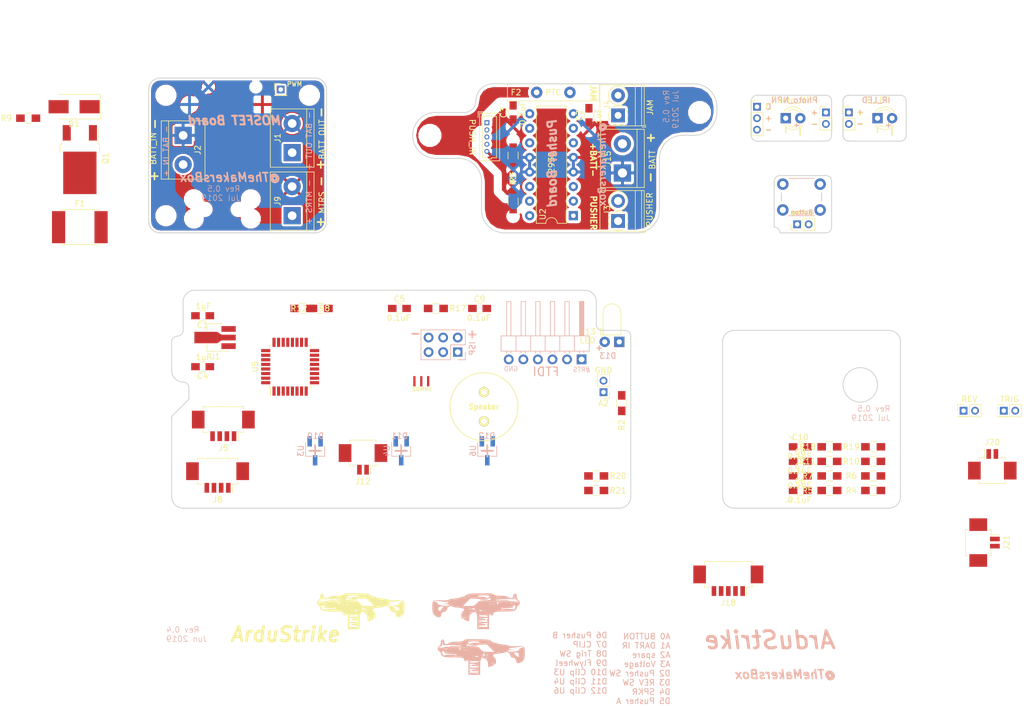
<source format=kicad_pcb>
(kicad_pcb (version 4) (host pcbnew 4.0.6)
  (title_block (date "lun. 30 mars 2015"))
  (layers (0 F.Cu signal) (31 B.Cu signal) (34 B.Paste user) (35 F.Paste user) (36 B.SilkS user) (37 F.SilkS user) (38 B.Mask user) (39 F.Mask user) (44 Edge.Cuts user))
  (net 0 "")
  (net 1 /Reset)
  (net 2 GND)
  (net 3 /A0)
  (net 4 /A1)
  (net 5 /A2)
  (net 6 /A3)
  (net 7 /AREF)
  (net 8 "/A4(SDA)")
  (net 9 "/A5(SCL)")
  (net 10 "/9(**)")
  (net 11 /8)
  (net 12 /7)
  (net 13 "/6(**)")
  (net 14 "/5(**)")
  (net 15 /4)
  (net 16 "/3(**)")
  (net 17 /2)
  (net 18 "/13(SCK)")
  (net 19 "/12(MISO)")
  (net 20 VCC)
  (net 21 "Net-(D2-Pad2)")
  (net 22 "/11(MOSI)")
  (net 23 "/10(SS)")
  (net 24 "Net-(D1-Pad1)")
  (net 25 "Net-(J3-Pad1)")
  (net 26 "Net-(J3-Pad2)")
  (net 27 "/0(Rx)")
  (net 28 "/1(Tx)")
  (net 29 /Vin)
  (net 30 /#RTS)
  (net 31 "Net-(C2-Pad1)")
  (net 32 "Net-(C3-Pad1)")
  (net 33 "Net-(J17-Pad3)")
  (net 34 "Net-(J6-Pad1)")
  (net 35 "Net-(J17-Pad4)")
  (net 36 "Net-(J19-Pad1)")
  (net 37 "Net-(J20-Pad1)")
  (net 38 "Net-(J21-Pad1)")
  (net 39 "Net-(J8-Pad2)")
  (net 40 "Net-(D3-Pad1)")
  (net 41 "Net-(D3-Pad2)")
  (net 42 "Net-(J27-Pad1)")
  (net 43 "Net-(J27-Pad2)")
  (net 44 /A)
  (net 45 /E)
  (net 46 /C)
  (net 47 "Net-(F1-Pad2)")
  (net 48 /BATT)
  (net 49 "Net-(F2-Pad2)")
  (net 50 "Net-(U5-Pad7)")
  (net 51 "Net-(U5-Pad8)")
  (net 52 "Net-(U5-Pad19)")
  (net 53 "Net-(U5-Pad22)")
  (module footprints:SPEAKER (layer F.Cu) (at 185.42 106.68)
    (fp_text reference LS1 hide)
    (fp_text value Speaker (at 0 0) (layer F.SilkS) (effects (font (size 0.889 0.889) (thickness 0.22225))))
    (pad 2 thru_hole circle (at 0 2.54) (size 1.778 1.778) (drill 1.016) (layers *.Cu *.Mask F.SilkS) (net 2 GND))
    (pad 1 thru_hole circle (at 0 -2.54) (size 1.778 1.778) (drill 1.016) (layers *.Cu *.Mask F.SilkS) (net 15 /4))
  )
  (module footprints:Pin_Header_Angled_1x06_Pitch2.54mm (layer B.Cu) (at 202.438 98.425 90)
    (fp_text reference J7 hide)
    (fp_text value FTDI)
    (pad 1 thru_hole rect (at 0 0 90) (size 1.7 1.7) (drill 1) (layers *.Cu *.Mask) (net 30 /#RTS))
    (pad 2 thru_hole oval (at 0 -2.54 90) (size 1.7 1.7) (drill 1) (layers *.Cu *.Mask) (net 28 "/1(Tx)"))
    (pad 3 thru_hole oval (at 0 -5.08 90) (size 1.7 1.7) (drill 1) (layers *.Cu *.Mask) (net 27 "/0(Rx)"))
    (pad 4 thru_hole oval (at 0 -7.62 90) (size 1.7 1.7) (drill 1) (layers *.Cu *.Mask) (net 20 VCC))
    (pad 5 thru_hole oval (at 0 -10.16 90) (size 1.7 1.7) (drill 1) (layers *.Cu *.Mask) (net 2 GND))
    (pad 6 thru_hole oval (at 0 -12.7 90) (size 1.7 1.7) (drill 1) (layers *.Cu *.Mask) (net 2 GND))
  )
  (module footprints:RS_left (layer B.Cu) (at 183.998 141.365 180)
    (fp_text reference G*** hide)
    (fp_text value LOGO hide)
  )
  (module footprints:LED_D3.0mm_Horizontal_O1.27mm_Z10.0mm (layer F.Cu) (at 208.998 95.365 180)
    (fp_text reference D2 hide)
    (fp_text value D13 (at 5.544 1.766 180) (layer F.SilkS))
    (pad 1 thru_hole rect (at 0 0 180) (size 1.8 1.8) (drill 0.9) (layers *.Cu *.Mask) (net 2 GND))
    (pad 2 thru_hole circle (at 2.54 0 180) (size 1.8 1.8) (drill 0.9) (layers *.Cu *.Mask) (net 21 "Net-(D2-Pad2)"))
  )
  (module Wire_Pads:SolderWirePad_single_2-5mmDrill (layer F.Cu) (at 195.998 114.365)
    (fp_text reference J13 hide)
    (fp_text value FLYWHEELS)
    (pad "" np_thru_hole circle (at 0 0) (size 3 3) (drill 3) (layers *.Cu *.Mask))
  )
  (module Wire_Pads:SolderWirePad_single_2-5mmDrill (layer F.Cu) (at 145.998 114.619)
    (fp_text reference J14 hide)
    (fp_text value NPTH)
    (pad "" np_thru_hole circle (at 0 0) (size 3 3) (drill 3) (layers *.Cu *.Mask))
  )
  (module footprints:DIP-16_W7.62mm (layer F.Cu) (at 200.998 73.365 180)
    (fp_text reference U2 (at 5.334 0.254 270) (layer F.SilkS))
    (fp_text value L293D (at 3.81 8.89 270) (layer F.SilkS))
    (pad 1 thru_hole rect (at 0 0 180) (size 1.6 1.6) (drill 0.8) (layers *.Cu *.Mask) (net 32 "Net-(C3-Pad1)"))
    (pad 9 thru_hole oval (at 7.62 17.78 180) (size 1.6 1.6) (drill 0.8) (layers *.Cu *.Mask) (net 32 "Net-(C3-Pad1)"))
    (pad 2 thru_hole oval (at 0 2.54 180) (size 1.6 1.6) (drill 0.8) (layers *.Cu *.Mask) (net 33 "Net-(J17-Pad3)"))
    (pad 10 thru_hole oval (at 7.62 15.24 180) (size 1.6 1.6) (drill 0.8) (layers *.Cu *.Mask) (net 35 "Net-(J17-Pad4)"))
    (pad 3 thru_hole oval (at 0 5.08 180) (size 1.6 1.6) (drill 0.8) (layers *.Cu *.Mask) (net 25 "Net-(J3-Pad1)"))
    (pad 11 thru_hole oval (at 7.62 12.7 180) (size 1.6 1.6) (drill 0.8) (layers *.Cu *.Mask) (net 26 "Net-(J3-Pad2)"))
    (pad 4 thru_hole oval (at 0 7.62 180) (size 1.6 1.6) (drill 0.8) (layers *.Cu *.Mask) (net 2 GND))
    (pad 12 thru_hole oval (at 7.62 10.16 180) (size 1.6 1.6) (drill 0.8) (layers *.Cu *.Mask) (net 2 GND))
    (pad 5 thru_hole oval (at 0 10.16 180) (size 1.6 1.6) (drill 0.8) (layers *.Cu *.Mask) (net 2 GND))
    (pad 13 thru_hole oval (at 7.62 7.62 180) (size 1.6 1.6) (drill 0.8) (layers *.Cu *.Mask) (net 2 GND))
    (pad 6 thru_hole oval (at 0 12.7 180) (size 1.6 1.6) (drill 0.8) (layers *.Cu *.Mask) (net 26 "Net-(J3-Pad2)"))
    (pad 14 thru_hole oval (at 7.62 5.08 180) (size 1.6 1.6) (drill 0.8) (layers *.Cu *.Mask) (net 25 "Net-(J3-Pad1)"))
    (pad 7 thru_hole oval (at 0 15.24 180) (size 1.6 1.6) (drill 0.8) (layers *.Cu *.Mask) (net 35 "Net-(J17-Pad4)"))
    (pad 15 thru_hole oval (at 7.62 2.54 180) (size 1.6 1.6) (drill 0.8) (layers *.Cu *.Mask) (net 33 "Net-(J17-Pad3)"))
    (pad 8 thru_hole oval (at 0 17.78 180) (size 1.6 1.6) (drill 0.8) (layers *.Cu *.Mask) (net 31 "Net-(C2-Pad1)"))
    (pad 16 thru_hole oval (at 7.62 0 180) (size 1.6 1.6) (drill 0.8) (layers *.Cu *.Mask) (net 32 "Net-(C3-Pad1)"))
  )
  (module footprints:TerminalBlock_Phoenix_PT-1,5-2-3.5-H_1x02_P3.50mm_Horizontal (layer F.Cu) (at 208.788 55.88 90)
    (fp_text reference J4 (at 1.905 -1.905 90) (layer F.SilkS))
    (fp_text value JAM (at 1.397 5.588 90) (layer F.SilkS))
    (pad 1 thru_hole rect (at 0 0 90) (size 2.4 2.4) (drill 1.2) (layers *.Cu *.Mask) (net 31 "Net-(C2-Pad1)"))
    (pad 2 thru_hole circle (at 3.5 0 90) (size 2.4 2.4) (drill 1.2) (layers *.Cu *.Mask) (net 29 /Vin))
  )
  (module footprints:RS_left (layer F.Cu) (at 163.998 141.365)
    (fp_text reference G*** hide)
    (fp_text value LOGO hide)
  )
  (module footprints:RS_right (layer B.Cu) (at 184.998 149.365 180)
    (fp_text reference G*** hide)
    (fp_text value LOGO hide)
  )
  (module footprints:LED_D3.0mm (layer F.Cu) (at 253.998 56.365)
    (fp_text reference D3)
    (fp_text value LED hide)
    (fp_text user + (at 1.905 1.143) (layer B.SilkS) (effects (justify mirror)))
    (fp_text user + (at 1.905 1.143) (layer F.SilkS))
    (pad 1 thru_hole rect (at 0 0) (size 1.8 1.8) (drill 0.9) (layers *.Cu *.Mask) (net 40 "Net-(D3-Pad1)"))
    (pad 2 thru_hole circle (at 2.54 0) (size 1.8 1.8) (drill 0.9) (layers *.Cu *.Mask) (net 41 "Net-(D3-Pad2)"))
  )
  (module footprints:LED_D3.0mm (layer F.Cu) (at 237.998 56.365)
    (fp_text reference Q2)
    (fp_text value Photo_NPN (at 1.524 -3.152) (layer F.SilkS))
    (fp_text user + (at 1.905 1.143) (layer B.SilkS) (effects (justify mirror)))
    (fp_text user + (at 1.905 1.143) (layer F.SilkS))
    (pad 1 thru_hole rect (at 0 0) (size 1.8 1.8) (drill 0.9) (layers *.Cu *.Mask) (net 46 /C))
    (pad 2 thru_hole circle (at 2.54 0) (size 1.8 1.8) (drill 0.9) (layers *.Cu *.Mask) (net 45 /E))
  )
  (module footprints:SW_PUSH_6mm (layer B.Cu) (at 237.498 72.365)
    (fp_text reference SW2 hide)
    (fp_text value SW_Push)
    (pad 2 thru_hole circle (at 0 -4.5 270) (size 2 2) (drill 1.1) (layers *.Cu *.Mask) (net 42 "Net-(J27-Pad1)"))
    (pad 1 thru_hole circle (at 0 0 270) (size 2 2) (drill 1.1) (layers *.Cu *.Mask) (net 43 "Net-(J27-Pad2)"))
    (pad 2 thru_hole circle (at 6.5 -4.5 270) (size 2 2) (drill 1.1) (layers *.Cu *.Mask) (net 42 "Net-(J27-Pad1)"))
    (pad 1 thru_hole circle (at 6.5 0 270) (size 2 2) (drill 1.1) (layers *.Cu *.Mask) (net 43 "Net-(J27-Pad2)"))
  )
  (module footprints:Pin_Header_Straight_2x01_Pitch2.00mm (layer F.Cu) (at 268.998 107.365)
    (fp_text reference J6 hide)
    (fp_text value REV (at 1 -2) (layer F.SilkS))
    (pad 1 thru_hole rect (at 0 0) (size 1.35 1.35) (drill 0.8) (layers *.Cu *.Mask) (net 34 "Net-(J6-Pad1)"))
    (pad 2 thru_hole oval (at 2 0) (size 1.35 1.35) (drill 0.8) (layers *.Cu *.Mask) (net 2 GND))
  )
  (module footprints:Pin_Header_Straight_1x01_Pitch2.00mm (layer F.Cu) (at 149.998 51.365)
    (fp_text reference J10 hide)
    (fp_text value PWM (at 2.402 -0.946) (layer F.SilkS) (effects (font (size 0.8 0.8))))
    (pad 1 thru_hole rect (at 0 0) (size 1.35 1.35) (drill 0.8) (layers *.Cu *.Mask) (net 10 "/9(**)"))
  )
  (module footprints:SolderWirePad_single_2-5mmDrill (layer F.Cu) (at 240.748 70.115)
    (fp_text reference J14 hide)
    (fp_text value NPTH)
    (pad "" np_thru_hole circle (at 0 0) (size 3 3) (drill 3) (layers *.Cu *.Mask))
  )
  (module footprints:Molex_PicoBlade_53047-0510_05x1.25mm_Straight (layer F.Cu) (at 185.928 57.15 270)
    (fp_text reference J17 hide)
    (fp_text value PSH_IN hide)
    (pad 1 thru_hole rect (at 0 0 270) (size 0.85 0.85) (drill 0.5) (layers *.Cu *.Mask) (net 29 /Vin))
    (pad 2 thru_hole circle (at 1.25 0 270) (size 0.85 0.85) (drill 0.5) (layers *.Cu *.Mask) (net 32 "Net-(C3-Pad1)"))
    (pad 3 thru_hole circle (at 2.5 0 270) (size 0.85 0.85) (drill 0.5) (layers *.Cu *.Mask) (net 33 "Net-(J17-Pad3)"))
    (pad 4 thru_hole circle (at 3.75 0 270) (size 0.85 0.85) (drill 0.5) (layers *.Cu *.Mask) (net 35 "Net-(J17-Pad4)"))
    (pad 5 thru_hole circle (at 5 0 270) (size 0.85 0.85) (drill 0.5) (layers *.Cu *.Mask) (net 2 GND))
  )
  (module footprints:Pin_Header_Straight_2x01_Pitch2.00mm (layer F.Cu) (at 275.998 107.365)
    (fp_text reference J19 hide)
    (fp_text value TRIG (at 1 -2) (layer F.SilkS))
    (pad 1 thru_hole rect (at 0 0) (size 1.35 1.35) (drill 0.8) (layers *.Cu *.Mask) (net 36 "Net-(J19-Pad1)"))
    (pad 2 thru_hole oval (at 2 0) (size 1.35 1.35) (drill 0.8) (layers *.Cu *.Mask) (net 2 GND))
  )
  (module footprints:Pin_Header_Straight_1x02_Pitch2.00mm (layer F.Cu) (at 244.998 55.365)
    (fp_text reference J24 hide)
    (fp_text value TO_IR hide)
    (pad 1 thru_hole rect (at 0 0) (size 1.35 1.35) (drill 0.8) (layers *.Cu *.Mask) (net 44 /A))
    (pad 2 thru_hole oval (at 0 2) (size 1.35 1.35) (drill 0.8) (layers *.Cu *.Mask) (net 45 /E))
  )
  (module footprints:Pin_Header_Straight_1x03_Pitch2.00mm (layer F.Cu) (at 232.998 54.365)
    (fp_text reference J25 hide)
    (fp_text value PHOTO)
    (pad 1 thru_hole rect (at 0 0) (size 1.35 1.35) (drill 0.8) (layers *.Cu *.Mask) (net 46 /C))
    (pad 2 thru_hole oval (at 0 2) (size 1.35 1.35) (drill 0.8) (layers *.Cu *.Mask) (net 44 /A))
    (pad 3 thru_hole oval (at 0 4) (size 1.35 1.35) (drill 0.8) (layers *.Cu *.Mask) (net 45 /E))
  )
  (module footprints:Pin_Header_Straight_1x02_Pitch2.00mm (layer F.Cu) (at 248.998 55.365)
    (fp_text reference J26 hide)
    (fp_text value IR_LED (at 4.748 -2.152) (layer F.SilkS))
    (pad 1 thru_hole rect (at 0 0) (size 1.35 1.35) (drill 0.8) (layers *.Cu *.Mask) (net 41 "Net-(D3-Pad2)"))
    (pad 2 thru_hole oval (at 0 2) (size 1.35 1.35) (drill 0.8) (layers *.Cu *.Mask) (net 40 "Net-(D3-Pad1)"))
  )
  (module footprints:Pin_Header_Straight_1x02_Pitch2.00mm (layer F.Cu) (at 239.998 74.865 90)
    (fp_text reference J27 hide)
    (fp_text value BUTTON (at 2 1 180) (layer F.SilkS) (effects (font (size 0.7 0.7))))
    (pad 1 thru_hole rect (at 0 0 90) (size 1.35 1.35) (drill 0.8) (layers *.Cu *.Mask) (net 42 "Net-(J27-Pad1)"))
    (pad 2 thru_hole oval (at 0 2 90) (size 1.35 1.35) (drill 0.8) (layers *.Cu *.Mask) (net 43 "Net-(J27-Pad2)"))
  )
  (module footprints:Fuse_Littelfuse-LVR125 (layer F.Cu) (at 197.498 51.865)
    (fp_text reference F2 (at -6.5 0) (layer F.SilkS))
    (fp_text value PTC (at 0 0) (layer F.SilkS))
    (pad 1 thru_hole circle (at -2.9 0) (size 2 2) (drill 1) (layers *.Cu *.Mask) (net 31 "Net-(C2-Pad1)"))
    (pad 2 thru_hole circle (at 2.9 0) (size 2 2) (drill 1) (layers *.Cu *.Mask) (net 49 "Net-(F2-Pad2)"))
  )
  (module footprints:TerminalBlock_Phoenix_PT-1,5-2-3.5-H_1x02_P3.50mm_Horizontal (layer F.Cu) (at 208.788 74.295 90)
    (fp_text reference J3 (at 1.905 -1.905 90) (layer F.SilkS))
    (fp_text value PUSHER (at 2 5.5 270) (layer F.SilkS))
    (pad 1 thru_hole rect (at 0 0 90) (size 2.4 2.4) (drill 1.4) (layers *.Cu *.Mask) (net 25 "Net-(J3-Pad1)"))
    (pad 2 thru_hole circle (at 3.5 0 90) (size 2.4 2.4) (drill 1.4) (layers *.Cu *.Mask) (net 26 "Net-(J3-Pad2)"))
  )
  (module Pin_Headers:Pin_Header_Straight_2x03_Pitch2.54mm (layer B.Cu) (at 180.848 97.155 90)
    (fp_text reference CON1 hide)
    (fp_text value ISP (at 0.635 2.54 90) (layer B.SilkS) (effects (justify mirror)))
    (pad 1 thru_hole rect (at 0 0 90) (size 1.6 1.6) (drill 1) (layers *.Cu *.Mask) (net 19 "/12(MISO)"))
    (pad 2 thru_hole oval (at 2.54 0 90) (size 1.7 1.7) (drill 1) (layers *.Cu *.Mask) (net 20 VCC))
    (pad 3 thru_hole oval (at 0 -2.54 90) (size 1.7 1.7) (drill 1) (layers *.Cu *.Mask) (net 18 "/13(SCK)"))
    (pad 4 thru_hole oval (at 2.54 -2.54 90) (size 1.7 1.7) (drill 1) (layers *.Cu *.Mask) (net 22 "/11(MOSI)"))
    (pad 5 thru_hole oval (at 0 -5.08 90) (size 1.7 1.7) (drill 1) (layers *.Cu *.Mask) (net 1 /Reset))
    (pad 6 thru_hole oval (at 2.54 -5.08 90) (size 1.7 1.7) (drill 1) (layers *.Cu *.Mask) (net 2 GND))
  )
  (module footprints:Pin_Header_Straight_1x02_Pitch2.00mm (layer F.Cu) (at 206.248 104.14 180)
    (fp_text reference J11 hide)
    (fp_text value A2 (at 0 -1.905 180) (layer F.SilkS))
    (pad 1 thru_hole rect (at 0 0 180) (size 1.35 1.35) (drill 0.8) (layers *.Cu *.Mask) (net 5 /A2))
    (pad 2 thru_hole oval (at 0 2 180) (size 1.35 1.35) (drill 0.8) (layers *.Cu *.Mask) (net 2 GND))
  )
  (module footprints:TerminalBlock_bornier-2_P5.08mm (layer F.Cu) (at 209.55 65.913 90)
    (fp_text reference J15 (at 2.54 -2.54 90) (layer F.SilkS))
    (fp_text value BATT (at 2.3 5.2 90) (layer F.SilkS))
    (pad 1 thru_hole rect (at 0 0 90) (size 3 3) (drill 1.6) (layers *.Cu *.Mask) (net 2 GND))
    (pad 2 thru_hole circle (at 5.08 0 90) (size 3 3) (drill 1.6) (layers *.Cu *.Mask) (net 49 "Net-(F2-Pad2)"))
  )
  (module footprints:TerminalBlock_bornier-2_P5.08mm (layer F.Cu) (at 151.998 62.365 90)
    (fp_text reference J1 (at 2.54 -2.54 90) (layer F.SilkS))
    (fp_text value BATT_OUT (at 2.3 5.2 90) (layer F.SilkS))
    (pad 1 thru_hole rect (at 0 0 90) (size 3 3) (drill 1.52) (layers *.Cu *.Mask) (net 47 "Net-(F1-Pad2)"))
    (pad 2 thru_hole circle (at 5.08 0 90) (size 3 3) (drill 1.52) (layers *.Cu *.Mask) (net 2 GND))
  )
  (module footprints:TerminalBlock_bornier-2_P5.08mm (layer F.Cu) (at 132.998 59.365 270)
    (fp_text reference J2 (at 2.54 -2.54 270) (layer F.SilkS))
    (fp_text value BATT_IN (at 2.3 5.2 270) (layer F.SilkS))
    (pad 1 thru_hole rect (at 0 0 270) (size 3 3) (drill 1.52) (layers *.Cu *.Mask) (net 2 GND))
    (pad 2 thru_hole circle (at 5.08 0 270) (size 3 3) (drill 1.52) (layers *.Cu *.Mask) (net 48 /BATT))
  )
  (module footprints:TerminalBlock_bornier-2_P5.08mm (layer F.Cu) (at 151.998 73.365 90)
    (fp_text reference J9 (at 2.54 -2.54 90) (layer F.SilkS))
    (fp_text value MTRS (at 2.3 5.2 90) (layer F.SilkS))
    (pad 1 thru_hole rect (at 0 0 90) (size 3 3) (drill 1.52) (layers *.Cu *.Mask) (net 47 "Net-(F1-Pad2)"))
    (pad 2 thru_hole circle (at 5.08 0 90) (size 3 3) (drill 1.52) (layers *.Cu *.Mask) (net 24 "Net-(D1-Pad1)"))
  )
  (module footprints:C_0805_HandSoldering (layer F.Cu) (at 136.398 90.805)
    (fp_text reference C1 (at 0 1.651) (layer F.SilkS))
    (fp_text value 1uF (at 0.127 -1.651) (layer F.SilkS))
    (pad 1 smd rect (at -1.25 0) (size 1.5 1.25) (layers F.Cu F.Paste F.Mask) (net 29 /Vin))
    (pad 2 smd rect (at 1.25 0) (size 1.5 1.25) (layers F.Cu F.Paste F.Mask) (net 2 GND))
  )
  (module footprints:C_0805_HandSoldering (layer F.Cu) (at 203.708 55.88 270)
    (fp_text reference C2 (at 0 1.651 270) (layer F.SilkS))
    (fp_text value 1uF (at 0.127 -1.651 270) (layer F.SilkS))
    (pad 1 smd rect (at -1.25 0 270) (size 1.5 1.25) (layers F.Cu F.Paste F.Mask) (net 31 "Net-(C2-Pad1)"))
    (pad 2 smd rect (at 1.25 0 270) (size 1.5 1.25) (layers F.Cu F.Paste F.Mask) (net 2 GND))
  )
  (module footprints:C_0805_HandSoldering (layer F.Cu) (at 190.498 55.365 270)
    (fp_text reference C3 (at 0 1.651 270) (layer F.SilkS))
    (fp_text value 0.1uF (at 0.127 -1.651 270) (layer F.SilkS))
    (pad 1 smd rect (at -1.25 0 270) (size 1.5 1.25) (layers F.Cu F.Paste F.Mask) (net 32 "Net-(C3-Pad1)"))
    (pad 2 smd rect (at 1.25 0 270) (size 1.5 1.25) (layers F.Cu F.Paste F.Mask) (net 2 GND))
  )
  (module footprints:C_0805_HandSoldering (layer F.Cu) (at 136.398 99.695)
    (fp_text reference C4 (at 0 1.651) (layer F.SilkS))
    (fp_text value 1uF (at 0.127 -1.651) (layer F.SilkS))
    (pad 1 smd rect (at -1.25 0) (size 1.5 1.25) (layers F.Cu F.Paste F.Mask) (net 20 VCC))
    (pad 2 smd rect (at 1.25 0) (size 1.5 1.25) (layers F.Cu F.Paste F.Mask) (net 2 GND))
  )
  (module footprints:C_0805_HandSoldering (layer F.Cu) (at 170.688 89.535 180)
    (fp_text reference C5 (at 0 1.651 180) (layer F.SilkS))
    (fp_text value 0.1uF (at 0.127 -1.651 180) (layer F.SilkS))
    (pad 1 smd rect (at -1.25 0 180) (size 1.5 1.25) (layers F.Cu F.Paste F.Mask) (net 20 VCC))
    (pad 2 smd rect (at 1.25 0 180) (size 1.5 1.25) (layers F.Cu F.Paste F.Mask) (net 2 GND))
  )
  (module footprints:C_0805_HandSoldering (layer F.Cu) (at 240.538 121.285 180)
    (fp_text reference C6 (at 0 1.651 180) (layer F.SilkS))
    (fp_text value 0.1uF (at 0.127 -1.651 180) (layer F.SilkS))
    (pad 1 smd rect (at -1.25 0 180) (size 1.5 1.25) (layers F.Cu F.Paste F.Mask) (net 11 /8))
    (pad 2 smd rect (at 1.25 0 180) (size 1.5 1.25) (layers F.Cu F.Paste F.Mask) (net 2 GND))
  )
  (module footprints:C_0805_HandSoldering (layer F.Cu) (at 240.538 118.745 180)
    (fp_text reference C7 (at 0 1.651 180) (layer F.SilkS))
    (fp_text value 0.1uF (at 0.127 -1.651 180) (layer F.SilkS))
    (pad 1 smd rect (at -1.25 0 180) (size 1.5 1.25) (layers F.Cu F.Paste F.Mask) (net 16 "/3(**)"))
    (pad 2 smd rect (at 1.25 0 180) (size 1.5 1.25) (layers F.Cu F.Paste F.Mask) (net 2 GND))
  )
  (module footprints:C_0805_HandSoldering (layer F.Cu) (at 240.538 116.205 180)
    (fp_text reference C8 (at 0 1.651 180) (layer F.SilkS))
    (fp_text value 0.1uF (at 0.127 -1.651 180) (layer F.SilkS))
    (pad 1 smd rect (at -1.25 0 180) (size 1.5 1.25) (layers F.Cu F.Paste F.Mask) (net 17 /2))
    (pad 2 smd rect (at 1.25 0 180) (size 1.5 1.25) (layers F.Cu F.Paste F.Mask) (net 2 GND))
  )
  (module footprints:C_0805_HandSoldering (layer F.Cu) (at 184.658 89.535 180)
    (fp_text reference C9 (at 0 1.651 180) (layer F.SilkS))
    (fp_text value 0.1uF (at 0.127 -1.651 180) (layer F.SilkS))
    (pad 1 smd rect (at -1.25 0 180) (size 1.5 1.25) (layers F.Cu F.Paste F.Mask) (net 30 /#RTS))
    (pad 2 smd rect (at 1.25 0 180) (size 1.5 1.25) (layers F.Cu F.Paste F.Mask) (net 1 /Reset))
  )
  (module footprints:C_0805_HandSoldering (layer F.Cu) (at 240.538 113.665 180)
    (fp_text reference C10 (at 0 1.651 180) (layer F.SilkS))
    (fp_text value 0.1uF (at 0.127 -1.651 180) (layer F.SilkS))
    (pad 1 smd rect (at -1.25 0 180) (size 1.5 1.25) (layers F.Cu F.Paste F.Mask) (net 3 /A0))
    (pad 2 smd rect (at 1.25 0 180) (size 1.5 1.25) (layers F.Cu F.Paste F.Mask) (net 2 GND))
  )
  (module footprints:SolderWirePad_single_2-5mmDrill (layer F.Cu) (at 129.998 73.365)
    (fp_text reference J14 hide)
    (fp_text value NPTH)
    (pad "" np_thru_hole circle (at 0 0) (size 3 3) (drill 3) (layers *.Cu *.Mask))
  )
  (module footprints:R_0805_HandSoldering (layer F.Cu) (at 190.498 70.865 270)
    (fp_text reference R1 (at -3.81 0 270) (layer F.SilkS))
    (fp_text value 10K)
    (pad 1 smd rect (at -1.35 0 270) (size 1.5 1.3) (layers F.Cu F.Paste F.Mask) (net 2 GND))
    (pad 2 smd rect (at 1.35 0 270) (size 1.5 1.3) (layers F.Cu F.Paste F.Mask) (net 33 "Net-(J17-Pad3)"))
  )
  (module footprints:R_0805_HandSoldering (layer F.Cu) (at 209.423 106.045 90)
    (fp_text reference R2 (at -3.81 0 90) (layer F.SilkS))
    (fp_text value 1K)
    (pad 1 smd rect (at -1.35 0 90) (size 1.5 1.3) (layers F.Cu F.Paste F.Mask) (net 18 "/13(SCK)"))
    (pad 2 smd rect (at 1.35 0 90) (size 1.5 1.3) (layers F.Cu F.Paste F.Mask) (net 21 "Net-(D2-Pad2)"))
  )
  (module footprints:R_0805_HandSoldering (layer F.Cu) (at 190.498 62.865 90)
    (fp_text reference R3 (at -3.81 0 90) (layer F.SilkS))
    (fp_text value 10K)
    (pad 1 smd rect (at -1.35 0 90) (size 1.5 1.3) (layers F.Cu F.Paste F.Mask) (net 2 GND))
    (pad 2 smd rect (at 1.35 0 90) (size 1.5 1.3) (layers F.Cu F.Paste F.Mask) (net 35 "Net-(J17-Pad4)"))
  )
  (module footprints:R_0805_HandSoldering (layer F.Cu) (at 253.238 121.285)
    (fp_text reference R4 (at -3.81 0) (layer F.SilkS))
    (fp_text value 10K)
    (pad 1 smd rect (at -1.35 0) (size 1.5 1.3) (layers F.Cu F.Paste F.Mask) (net 11 /8))
    (pad 2 smd rect (at 1.35 0) (size 1.5 1.3) (layers F.Cu F.Paste F.Mask) (net 20 VCC))
  )
  (module footprints:R_0805_HandSoldering (layer F.Cu) (at 245.618 121.285)
    (fp_text reference R5 (at -3.81 0) (layer F.SilkS))
    (fp_text value 1K)
    (pad 1 smd rect (at -1.35 0) (size 1.5 1.3) (layers F.Cu F.Paste F.Mask) (net 36 "Net-(J19-Pad1)"))
    (pad 2 smd rect (at 1.35 0) (size 1.5 1.3) (layers F.Cu F.Paste F.Mask) (net 11 /8))
  )
  (module footprints:R_0805_HandSoldering (layer F.Cu) (at 253.238 118.745)
    (fp_text reference R6 (at -3.81 0) (layer F.SilkS))
    (fp_text value 10K)
    (pad 1 smd rect (at -1.35 0) (size 1.5 1.3) (layers F.Cu F.Paste F.Mask) (net 16 "/3(**)"))
    (pad 2 smd rect (at 1.35 0) (size 1.5 1.3) (layers F.Cu F.Paste F.Mask) (net 20 VCC))
  )
  (module footprints:R_0805_HandSoldering (layer F.Cu) (at 245.618 118.745)
    (fp_text reference R7 (at -3.81 0) (layer F.SilkS))
    (fp_text value 1K)
    (pad 1 smd rect (at -1.35 0) (size 1.5 1.3) (layers F.Cu F.Paste F.Mask) (net 34 "Net-(J6-Pad1)"))
    (pad 2 smd rect (at 1.35 0) (size 1.5 1.3) (layers F.Cu F.Paste F.Mask) (net 16 "/3(**)"))
  )
  (module footprints:R_0805_HandSoldering (layer F.Cu) (at 153.797 89.535 180)
    (fp_text reference R8 (at -3.81 0 180) (layer F.SilkS))
    (fp_text value "100K 1%")
    (pad 1 smd rect (at -1.35 0 180) (size 1.5 1.3) (layers F.Cu F.Paste F.Mask) (net 6 /A3))
    (pad 2 smd rect (at 1.35 0 180) (size 1.5 1.3) (layers F.Cu F.Paste F.Mask) (net 29 /Vin))
  )
  (module footprints:R_0805_HandSoldering (layer F.Cu) (at 105.998 56.365)
    (fp_text reference R9 (at -3.81 0) (layer F.SilkS))
    (fp_text value 10K)
    (pad 1 smd rect (at -1.35 0) (size 1.5 1.3) (layers F.Cu F.Paste F.Mask) (net 2 GND))
    (pad 2 smd rect (at 1.35 0) (size 1.5 1.3) (layers F.Cu F.Paste F.Mask) (net 10 "/9(**)"))
  )
  (module footprints:R_0805_HandSoldering (layer F.Cu) (at 253.238 116.205)
    (fp_text reference R10 (at -3.81 0) (layer F.SilkS))
    (fp_text value 10K)
    (pad 1 smd rect (at -1.35 0) (size 1.5 1.3) (layers F.Cu F.Paste F.Mask) (net 17 /2))
    (pad 2 smd rect (at 1.35 0) (size 1.5 1.3) (layers F.Cu F.Paste F.Mask) (net 20 VCC))
  )
  (module footprints:R_0805_HandSoldering (layer F.Cu) (at 245.618 116.205)
    (fp_text reference R11 (at -3.81 0) (layer F.SilkS))
    (fp_text value 1K)
    (pad 1 smd rect (at -1.35 0) (size 1.5 1.3) (layers F.Cu F.Paste F.Mask) (net 37 "Net-(J20-Pad1)"))
    (pad 2 smd rect (at 1.35 0) (size 1.5 1.3) (layers F.Cu F.Paste F.Mask) (net 17 /2))
  )
  (module footprints:R_0805_HandSoldering (layer F.Cu) (at 156.972 89.535)
    (fp_text reference R12 (at -3.81 0) (layer F.SilkS))
    (fp_text value "10K 1%")
    (pad 1 smd rect (at -1.35 0) (size 1.5 1.3) (layers F.Cu F.Paste F.Mask) (net 6 /A3))
    (pad 2 smd rect (at 1.35 0) (size 1.5 1.3) (layers F.Cu F.Paste F.Mask) (net 2 GND))
  )
  (module footprints:R_0805_HandSoldering (layer F.Cu) (at 177.038 89.535 180)
    (fp_text reference R17 (at -3.81 0 180) (layer F.SilkS))
    (fp_text value 10K)
    (pad 1 smd rect (at -1.35 0 180) (size 1.5 1.3) (layers F.Cu F.Paste F.Mask) (net 1 /Reset))
    (pad 2 smd rect (at 1.35 0 180) (size 1.5 1.3) (layers F.Cu F.Paste F.Mask) (net 20 VCC))
  )
  (module footprints:R_0805_HandSoldering (layer F.Cu) (at 245.618 113.665)
    (fp_text reference R18 (at -3.81 0) (layer F.SilkS))
    (fp_text value 1K)
    (pad 1 smd rect (at -1.35 0) (size 1.5 1.3) (layers F.Cu F.Paste F.Mask) (net 38 "Net-(J21-Pad1)"))
    (pad 2 smd rect (at 1.35 0) (size 1.5 1.3) (layers F.Cu F.Paste F.Mask) (net 3 /A0))
  )
  (module footprints:R_0805_HandSoldering (layer F.Cu) (at 253.238 113.665)
    (fp_text reference R19 (at -3.81 0) (layer F.SilkS))
    (fp_text value 10K)
    (pad 1 smd rect (at -1.35 0) (size 1.5 1.3) (layers F.Cu F.Paste F.Mask) (net 3 /A0))
    (pad 2 smd rect (at 1.35 0) (size 1.5 1.3) (layers F.Cu F.Paste F.Mask) (net 20 VCC))
  )
  (module footprints:R_0805_HandSoldering (layer F.Cu) (at 204.978 118.745 180)
    (fp_text reference R20 (at -3.81 0 180) (layer F.SilkS))
    (fp_text value 10K)
    (pad 1 smd rect (at -1.35 0 180) (size 1.5 1.3) (layers F.Cu F.Paste F.Mask) (net 20 VCC))
    (pad 2 smd rect (at 1.35 0 180) (size 1.5 1.3) (layers F.Cu F.Paste F.Mask) (net 4 /A1))
  )
  (module footprints:R_0805_HandSoldering (layer F.Cu) (at 204.978 121.285 180)
    (fp_text reference R21 (at -3.81 0 180) (layer F.SilkS))
    (fp_text value 100)
    (pad 1 smd rect (at -1.35 0 180) (size 1.5 1.3) (layers F.Cu F.Paste F.Mask) (net 20 VCC))
    (pad 2 smd rect (at 1.35 0 180) (size 1.5 1.3) (layers F.Cu F.Paste F.Mask) (net 39 "Net-(J8-Pad2)"))
  )
  (module TO_SOT_Packages_SMD:SOT-89-3_Handsoldering (layer F.Cu) (at 138.938 94.615 180)
    (fp_text reference U1 (at 0.45 -3.3 180) (layer F.SilkS))
    (fp_text value MCP1702)
    (pad 1 smd rect (at -1.98 -1.5 90) (size 1 2.5) (layers F.Cu F.Paste F.Mask) (net 2 GND))
    (pad 2 smd rect (at -1.98 0 90) (size 1 2.5) (layers F.Cu F.Paste F.Mask) (net 29 /Vin))
    (pad 3 smd rect (at -1.98 1.5 90) (size 1 2.5) (layers F.Cu F.Paste F.Mask) (net 20 VCC))
    (pad 2 smd rect (at 1.98 0 90) (size 2 4) (layers F.Cu F.Paste F.Mask) (net 29 /Vin))
    (pad 2 smd trapezoid (at -0.37 0 270) (size 1.5 0.75) (rect_delta 0 0.5) (layers F.Cu F.Paste F.Mask) (net 29 /Vin))
  )
  (module TO_SOT_Packages_SMD:SC-59_Handsoldering (layer B.Cu) (at 155.998 114.365 270)
    (fp_text reference U3 (at 0 2.5 270) (layer B.SilkS) (effects (justify mirror)))
    (fp_text value "HALL SENSOR")
    (pad 1 smd rect (at -1.65 0.95 270) (size 1.8 0.8) (layers B.Cu B.Paste B.Mask) (net 20 VCC))
    (pad 2 smd rect (at -1.65 -0.95 270) (size 1.8 0.8) (layers B.Cu B.Paste B.Mask) (net 2 GND))
    (pad 3 smd rect (at 1.65 0 270) (size 1.8 0.8) (layers B.Cu B.Paste B.Mask) (net 23 "/10(SS)"))
  )
  (module TO_SOT_Packages_SMD:SC-59_Handsoldering (layer B.Cu) (at 170.998 114.365 270)
    (fp_text reference U4 (at 0 2.5 270) (layer B.SilkS) (effects (justify mirror)))
    (fp_text value "HALL SENSOR")
    (pad 1 smd rect (at -1.65 0.95 270) (size 1.8 0.8) (layers B.Cu B.Paste B.Mask) (net 20 VCC))
    (pad 2 smd rect (at -1.65 -0.95 270) (size 1.8 0.8) (layers B.Cu B.Paste B.Mask) (net 2 GND))
    (pad 3 smd rect (at 1.65 0 270) (size 1.8 0.8) (layers B.Cu B.Paste B.Mask) (net 22 "/11(MOSI)"))
  )
  (module Housings_QFP:TQFP-32_7x7mm_Pitch0.8mm (layer F.Cu) (at 151.638 99.695 90)
    (fp_text reference U5 (at 0 -6.05 90) (layer F.SilkS))
    (fp_text value ATMEGA328P-AU)
    (pad 1 smd rect (at -4.25 -2.8 90) (size 1.6 0.55) (layers F.Cu F.Paste F.Mask) (net 16 "/3(**)"))
    (pad 2 smd rect (at -4.25 -2 90) (size 1.6 0.55) (layers F.Cu F.Paste F.Mask) (net 15 /4))
    (pad 3 smd rect (at -4.25 -1.2 90) (size 1.6 0.55) (layers F.Cu F.Paste F.Mask) (net 2 GND))
    (pad 4 smd rect (at -4.25 -0.4 90) (size 1.6 0.55) (layers F.Cu F.Paste F.Mask) (net 20 VCC))
    (pad 5 smd rect (at -4.25 0.4 90) (size 1.6 0.55) (layers F.Cu F.Paste F.Mask) (net 2 GND))
    (pad 6 smd rect (at -4.25 1.2 90) (size 1.6 0.55) (layers F.Cu F.Paste F.Mask) (net 20 VCC))
    (pad 7 smd rect (at -4.25 2 90) (size 1.6 0.55) (layers F.Cu F.Paste F.Mask) (net 50 "Net-(U5-Pad7)"))
    (pad 8 smd rect (at -4.25 2.8 90) (size 1.6 0.55) (layers F.Cu F.Paste F.Mask) (net 51 "Net-(U5-Pad8)"))
    (pad 9 smd rect (at -2.8 4.25 180) (size 1.6 0.55) (layers F.Cu F.Paste F.Mask) (net 14 "/5(**)"))
    (pad 10 smd rect (at -2 4.25 180) (size 1.6 0.55) (layers F.Cu F.Paste F.Mask) (net 13 "/6(**)"))
    (pad 11 smd rect (at -1.2 4.25 180) (size 1.6 0.55) (layers F.Cu F.Paste F.Mask) (net 12 /7))
    (pad 12 smd rect (at -0.4 4.25 180) (size 1.6 0.55) (layers F.Cu F.Paste F.Mask) (net 11 /8))
    (pad 13 smd rect (at 0.4 4.25 180) (size 1.6 0.55) (layers F.Cu F.Paste F.Mask) (net 10 "/9(**)"))
    (pad 14 smd rect (at 1.2 4.25 180) (size 1.6 0.55) (layers F.Cu F.Paste F.Mask) (net 23 "/10(SS)"))
    (pad 15 smd rect (at 2 4.25 180) (size 1.6 0.55) (layers F.Cu F.Paste F.Mask) (net 22 "/11(MOSI)"))
    (pad 16 smd rect (at 2.8 4.25 180) (size 1.6 0.55) (layers F.Cu F.Paste F.Mask) (net 19 "/12(MISO)"))
    (pad 17 smd rect (at 4.25 2.8 90) (size 1.6 0.55) (layers F.Cu F.Paste F.Mask) (net 18 "/13(SCK)"))
    (pad 18 smd rect (at 4.25 2 90) (size 1.6 0.55) (layers F.Cu F.Paste F.Mask) (net 20 VCC))
    (pad 19 smd rect (at 4.25 1.2 90) (size 1.6 0.55) (layers F.Cu F.Paste F.Mask) (net 52 "Net-(U5-Pad19)"))
    (pad 20 smd rect (at 4.25 0.4 90) (size 1.6 0.55) (layers F.Cu F.Paste F.Mask) (net 7 /AREF))
    (pad 21 smd rect (at 4.25 -0.4 90) (size 1.6 0.55) (layers F.Cu F.Paste F.Mask) (net 2 GND))
    (pad 22 smd rect (at 4.25 -1.2 90) (size 1.6 0.55) (layers F.Cu F.Paste F.Mask) (net 53 "Net-(U5-Pad22)"))
    (pad 23 smd rect (at 4.25 -2 90) (size 1.6 0.55) (layers F.Cu F.Paste F.Mask) (net 3 /A0))
    (pad 24 smd rect (at 4.25 -2.8 90) (size 1.6 0.55) (layers F.Cu F.Paste F.Mask) (net 4 /A1))
    (pad 25 smd rect (at 2.8 -4.25 180) (size 1.6 0.55) (layers F.Cu F.Paste F.Mask) (net 5 /A2))
    (pad 26 smd rect (at 2 -4.25 180) (size 1.6 0.55) (layers F.Cu F.Paste F.Mask) (net 6 /A3))
    (pad 27 smd rect (at 1.2 -4.25 180) (size 1.6 0.55) (layers F.Cu F.Paste F.Mask) (net 8 "/A4(SDA)"))
    (pad 28 smd rect (at 0.4 -4.25 180) (size 1.6 0.55) (layers F.Cu F.Paste F.Mask) (net 9 "/A5(SCL)"))
    (pad 29 smd rect (at -0.4 -4.25 180) (size 1.6 0.55) (layers F.Cu F.Paste F.Mask) (net 1 /Reset))
    (pad 30 smd rect (at -1.2 -4.25 180) (size 1.6 0.55) (layers F.Cu F.Paste F.Mask) (net 27 "/0(Rx)"))
    (pad 31 smd rect (at -2 -4.25 180) (size 1.6 0.55) (layers F.Cu F.Paste F.Mask) (net 28 "/1(Tx)"))
    (pad 32 smd rect (at -2.8 -4.25 180) (size 1.6 0.55) (layers F.Cu F.Paste F.Mask) (net 17 /2))
  )
  (module TO_SOT_Packages_SMD:SC-59_Handsoldering (layer B.Cu) (at 185.998 114.365 270)
    (fp_text reference U6 (at 0 2.5 270) (layer B.SilkS) (effects (justify mirror)))
    (fp_text value "HALL SENSOR")
    (pad 1 smd rect (at -1.65 0.95 270) (size 1.8 0.8) (layers B.Cu B.Paste B.Mask) (net 20 VCC))
    (pad 2 smd rect (at -1.65 -0.95 270) (size 1.8 0.8) (layers B.Cu B.Paste B.Mask) (net 2 GND))
    (pad 3 smd rect (at 1.65 0 270) (size 1.8 0.8) (layers B.Cu B.Paste B.Mask) (net 19 "/12(MISO)"))
  )
  (module footprints:Resonator_SMD_CTSC_1.3mmx3.2mm (layer F.Cu) (at 174.498 102.235 180)
    (fp_text reference Y1 hide)
    (fp_text value 16Mhz (at -0.089803 -1.347038 180) (layer F.SilkS) (effects (font (size 0.7 0.7))))
    (pad 1 smd rect (at -1.2 0 180) (size 0.4 1.8) (layers F.Cu F.Paste F.Mask) (net 51 "Net-(U5-Pad8)"))
    (pad 2 smd rect (at 0 0 180) (size 0.4 1.8) (layers F.Cu F.Paste F.Mask) (net 2 GND))
    (pad 3 smd rect (at 1.2 0 180) (size 0.4 1.8) (layers F.Cu F.Paste F.Mask) (net 50 "Net-(U5-Pad7)"))
  )
  (module Fuse_Holders_and_Fuses:Fuse_SMD2920 (layer F.Cu) (at 114.998 75.365)
    (fp_text reference F1 (at 0 -4.13) (layer F.SilkS))
    (fp_text value PTC)
    (pad 1 smd rect (at -3.7 0 90) (size 5.6 2.3) (layers F.Cu F.Paste F.Mask) (net 48 /BATT))
    (pad 2 smd rect (at 3.7 0 90) (size 5.6 2.3) (layers F.Cu F.Paste F.Mask) (net 47 "Net-(F1-Pad2)"))
  )
  (module footprints:SolderWirePad_single_2-5mmDrill (layer F.Cu) (at 154.998 52.365)
    (fp_text reference J14 hide)
    (fp_text value NPTH)
    (pad "" np_thru_hole circle (at 0 0) (size 3 3) (drill 3) (layers *.Cu *.Mask))
  )
  (module footprints:TO-252-2_hand_soldering (layer F.Cu) (at 114.998 63.365 270)
    (fp_text reference Q1 (at 0 -4.5 270) (layer F.SilkS))
    (fp_text value IRLB8721)
    (pad 1 smd rect (at -4.45 -2.28 270) (size 2.7 1.4) (layers F.Cu F.Paste F.Mask) (net 10 "/9(**)"))
    (pad 3 smd rect (at -4.45 2.28 270) (size 2.7 1.4) (layers F.Cu F.Paste F.Mask) (net 2 GND))
    (pad 2 smd rect (at 2.532 0 270) (size 7.4 5.8) (layers F.Cu F.Mask) (net 24 "Net-(D1-Pad1)"))
  )
  (module Diodes_SMD:D_SMB_Handsoldering (layer F.Cu) (at 113.998 54.365 180)
    (fp_text reference D1 (at 0 -3 180) (layer F.SilkS))
    (fp_text value KICKBACK)
    (pad 1 smd rect (at -2.7 0 180) (size 3.5 2.3) (layers F.Cu F.Paste F.Mask) (net 24 "Net-(D1-Pad1)"))
    (pad 2 smd rect (at 2.7 0 180) (size 3.5 2.3) (layers F.Cu F.Paste F.Mask) (net 2 GND))
  )
  (module footprints:SolderWirePad_single_2-5mmDrill (layer F.Cu) (at 129.998 52.365)
    (fp_text reference J14 hide)
    (fp_text value NPTH)
    (pad "" np_thru_hole circle (at 0 0) (size 3 3) (drill 3) (layers *.Cu *.Mask))
  )
  (module footprints:SolderWirePad_single_2-5mmDrill (layer F.Cu) (at 222.998 55.365)
    (fp_text reference J14 hide)
    (fp_text value NPTH)
    (pad "" np_thru_hole circle (at 0 0) (size 3 3) (drill 3) (layers *.Cu *.Mask))
  )
  (module Connectors_Molex:Molex_PicoBlade_53261-0471_04x1.25mm_Angled (layer F.Cu) (at 139.998 110.365 180)
    (fp_text reference J5 (at 0 -3.5 180) (layer F.SilkS))
    (fp_text value I2C)
    (pad 1 smd rect (at -1.875 -1.45 180) (size 0.8 1.7) (layers F.Cu F.Paste F.Mask) (net 8 "/A4(SDA)"))
    (pad 2 smd rect (at -0.625 -1.45 180) (size 0.8 1.7) (layers F.Cu F.Paste F.Mask) (net 9 "/A5(SCL)"))
    (pad 3 smd rect (at 0.625 -1.45 180) (size 0.8 1.7) (layers F.Cu F.Paste F.Mask) (net 20 VCC))
    (pad 4 smd rect (at 1.875 -1.45 180) (size 0.8 1.7) (layers F.Cu F.Paste F.Mask) (net 2 GND))
    (pad "" smd rect (at -4.375 1.45 180) (size 2.2 3.1) (layers F.Cu F.Paste F.Mask))
    (pad "" smd rect (at 4.375 1.45 180) (size 2.2 3.1) (layers F.Cu F.Paste F.Mask))
  )
  (module Connectors_Molex:Molex_PicoBlade_53261-0471_04x1.25mm_Angled (layer F.Cu) (at 138.998 119.365 180)
    (fp_text reference J8 (at 0 -3.5 180) (layer F.SilkS))
    (fp_text value FRONT)
    (pad 1 smd rect (at -1.875 -1.45 180) (size 0.8 1.7) (layers F.Cu F.Paste F.Mask) (net 4 /A1))
    (pad 2 smd rect (at -0.625 -1.45 180) (size 0.8 1.7) (layers F.Cu F.Paste F.Mask) (net 39 "Net-(J8-Pad2)"))
    (pad 3 smd rect (at 0.625 -1.45 180) (size 0.8 1.7) (layers F.Cu F.Paste F.Mask) (net 2 GND))
    (pad 4 smd rect (at 1.875 -1.45 180) (size 0.8 1.7) (layers F.Cu F.Paste F.Mask) (net 10 "/9(**)"))
    (pad "" smd rect (at -4.375 1.45 180) (size 2.2 3.1) (layers F.Cu F.Paste F.Mask))
    (pad "" smd rect (at 4.375 1.45 180) (size 2.2 3.1) (layers F.Cu F.Paste F.Mask))
  )
  (module Connectors_Molex:Molex_PicoBlade_53261-0271_02x1.25mm_Angled (layer F.Cu) (at 164.338 116.205 180)
    (fp_text reference J12 (at 0 -3.5 180) (layer F.SilkS))
    (fp_text value CLIP)
    (pad 1 smd rect (at -0.625 -1.45 180) (size 0.8 1.7) (layers F.Cu F.Paste F.Mask) (net 2 GND))
    (pad 2 smd rect (at 0.625 -1.45 180) (size 0.8 1.7) (layers F.Cu F.Paste F.Mask) (net 12 /7))
    (pad "" smd rect (at -3.125 1.45 180) (size 2.2 3.1) (layers F.Cu F.Paste F.Mask))
    (pad "" smd rect (at 3.125 1.45 180) (size 2.2 3.1) (layers F.Cu F.Paste F.Mask))
  )
  (module footprints:SolderWirePad_single_2-5mmDrill (layer F.Cu) (at 175.998 59.365)
    (fp_text reference J14 hide)
    (fp_text value NPTH)
    (pad "" np_thru_hole circle (at 0 0) (size 3 3) (drill 3) (layers *.Cu *.Mask))
  )
  (module Connectors_Molex:Molex_PicoBlade_53261-0571_05x1.25mm_Angled (layer F.Cu) (at 227.998 137.365 180)
    (fp_text reference J18 (at 0 -3.5 180) (layer F.SilkS))
    (fp_text value PSH_OUT)
    (pad 1 smd rect (at -2.5 -1.45 180) (size 0.8 1.7) (layers F.Cu F.Paste F.Mask) (net 29 /Vin))
    (pad 2 smd rect (at -1.25 -1.45 180) (size 0.8 1.7) (layers F.Cu F.Paste F.Mask) (net 20 VCC))
    (pad 3 smd rect (at 0 -1.45 180) (size 0.8 1.7) (layers F.Cu F.Paste F.Mask) (net 14 "/5(**)"))
    (pad 4 smd rect (at 1.25 -1.45 180) (size 0.8 1.7) (layers F.Cu F.Paste F.Mask) (net 13 "/6(**)"))
    (pad 5 smd rect (at 2.5 -1.45 180) (size 0.8 1.7) (layers F.Cu F.Paste F.Mask) (net 2 GND))
    (pad "" smd rect (at -5 1.45 180) (size 2.2 3.1) (layers F.Cu F.Paste F.Mask))
    (pad "" smd rect (at 5 1.45 180) (size 2.2 3.1) (layers F.Cu F.Paste F.Mask))
  )
  (module Connectors_Molex:Molex_PicoBlade_53261-0271_02x1.25mm_Angled (layer F.Cu) (at 273.998 116.365)
    (fp_text reference J20 (at 0 -3.5) (layer F.SilkS))
    (fp_text value PUSH)
    (pad 1 smd rect (at -0.625 -1.45) (size 0.8 1.7) (layers F.Cu F.Paste F.Mask) (net 37 "Net-(J20-Pad1)"))
    (pad 2 smd rect (at 0.625 -1.45) (size 0.8 1.7) (layers F.Cu F.Paste F.Mask) (net 2 GND))
    (pad "" smd rect (at -3.125 1.45) (size 2.2 3.1) (layers F.Cu F.Paste F.Mask))
    (pad "" smd rect (at 3.125 1.45) (size 2.2 3.1) (layers F.Cu F.Paste F.Mask))
  )
  (module Connectors_Molex:Molex_PicoBlade_53261-0271_02x1.25mm_Angled (layer F.Cu) (at 272.998 130.365 270)
    (fp_text reference J21 (at 0 -3.5 270) (layer F.SilkS))
    (fp_text value BUTTON)
    (pad 1 smd rect (at -0.625 -1.45 270) (size 0.8 1.7) (layers F.Cu F.Paste F.Mask) (net 38 "Net-(J21-Pad1)"))
    (pad 2 smd rect (at 0.625 -1.45 270) (size 0.8 1.7) (layers F.Cu F.Paste F.Mask) (net 2 GND))
    (pad "" smd rect (at -3.125 1.45 270) (size 2.2 3.1) (layers F.Cu F.Paste F.Mask))
    (pad "" smd rect (at 3.125 1.45 270) (size 2.2 3.1) (layers F.Cu F.Paste F.Mask))
  )
  (gr_line (start 184.998 114.365) (end 186.998 114.365) (angle 90) (layer B.SilkS) (width 0.3))
  (gr_line (start 185.998 113.365) (end 185.998 115.365) (angle 90) (layer B.SilkS) (width 0.3))
  (gr_line (start 169.998 114.365) (end 171.998 114.365) (angle 90) (layer B.SilkS) (width 0.3))
  (gr_line (start 170.998 113.365) (end 170.998 115.365) (angle 90) (layer B.SilkS) (width 0.3))
  (gr_line (start 154.998 114.365) (end 156.998 114.365) (angle 90) (layer B.SilkS) (width 0.3))
  (gr_line (start 155.998 113.365) (end 155.998 115.365) (angle 90) (layer B.SilkS) (width 0.3))
  (gr_text "MOSFET Board" (at 141.986 56.769) (layer B.SilkS) (effects (font (size 1.5 1.5) (thickness 0.375) italic) (justify mirror)))
  (gr_text "- BAT IN +" (at 130.048 62.103 90) (layer B.SilkS) (effects (font (size 1 1)) (justify mirror)))
  (gr_text "- BAT OUT +" (at 154.94 60.325 90) (layer B.SilkS) (effects (font (size 1 1)) (justify mirror)))
  (gr_text "- MTRS +" (at 154.94 70.993 90) (layer B.SilkS) (effects (font (size 1 1)) (justify mirror)))
  (gr_text - (at 156.998 67.365 90) (layer F.SilkS) (effects (font (size 1.5 1.5) (thickness 0.3))))
  (gr_text + (at 156.998 74.365) (layer F.SilkS) (effects (font (size 1.5 1.5) (thickness 0.3))))
  (gr_line (start 128.998 49.365) (end 155.998 49.365) (angle 90) (layer Edge.Cuts) (width 0.15))
  (gr_line (start 128.998 76.365) (end 155.998 76.365) (angle 90) (layer Edge.Cuts) (width 0.15))
  (gr_line (start 226.998 122.365) (end 226.998 95.365) (angle 90) (layer Edge.Cuts) (width 0.15))
  (gr_line (start 257.998 95.365) (end 257.998 122.365) (angle 90) (layer Edge.Cuts) (width 0.15))
  (gr_line (start 255.998 124.365) (end 228.998 124.365) (angle 90) (layer Edge.Cuts) (width 0.15))
  (gr_line (start 228.998 93.365) (end 255.998 93.365) (angle 90) (layer Edge.Cuts) (width 0.15))
  (gr_circle (center 250.998 102.865) (end 253.998 102.865) (layer Edge.Cuts) (width 0.15))
  (gr_line (start 238.633 123.19) (end 239.268 122.555) (angle 90) (layer F.SilkS) (width 0.15))
  (gr_line (start 237.998 123.19) (end 238.633 123.19) (angle 90) (layer F.SilkS) (width 0.15))
  (gr_line (start 238.633 111.76) (end 239.268 112.395) (angle 90) (layer F.SilkS) (width 0.15))
  (gr_line (start 184.998 67.365) (end 184.998 72.365) (angle 90) (layer Edge.Cuts) (width 0.15))
  (gr_line (start 176.998 63.365) (end 180.998 63.365) (angle 90) (layer Edge.Cuts) (width 0.15))
  (gr_line (start 211.998 76.365) (end 188.998 76.365) (angle 90) (layer Edge.Cuts) (width 0.15))
  (gr_line (start 215.998 72.365) (end 215.998 63.365) (angle 90) (layer Edge.Cuts) (width 0.15))
  (gr_line (start 221.998 59.365) (end 219.998 59.365) (angle 90) (layer Edge.Cuts) (width 0.15))
  (gr_line (start 225.998 54.365) (end 225.998 55.365) (angle 90) (layer Edge.Cuts) (width 0.15))
  (gr_line (start 186.998 50.365) (end 221.998 50.365) (angle 90) (layer Edge.Cuts) (width 0.15))
  (gr_line (start 176.998 55.365) (end 181.998 55.365) (angle 90) (layer Edge.Cuts) (width 0.15))
  (gr_arc (start 186.998 53.365) (end 183.998 53.365) (angle 90) (layer Edge.Cuts) (width 0.15))
  (gr_arc (start 181.998 53.365) (end 183.998 53.365) (angle 90) (layer Edge.Cuts) (width 0.15))
  (gr_text Button (at 240.792 72.771) (layer B.SilkS) (effects (font (size 0.8 0.8)) (justify mirror)))
  (gr_text IR_LED (at 253.746 53.213) (layer B.SilkS) (effects (font (size 1 1)) (justify mirror)))
  (gr_text Photo_NPN (at 239.522 53.213) (layer B.SilkS) (effects (font (size 1 1)) (justify mirror)))
  (gr_text - (at 250.952 57.277) (layer B.SilkS) (effects (font (size 1 1)) (justify mirror)))
  (gr_text + (at 250.952 55.245) (layer B.SilkS) (effects (font (size 1 1)) (justify mirror)))
  (gr_text - (at 214.376 66.675 90) (layer F.SilkS) (effects (font (size 1.5 1.5) (thickness 0.3))))
  (gr_text + (at 214.503 59.69) (layer F.SilkS) (effects (font (size 1.5 1.5) (thickness 0.3))))
  (gr_text C (at 234.998 54.365) (layer B.SilkS) (effects (font (size 1 1)) (justify mirror)))
  (gr_text - (at 242.998 57.365) (layer B.SilkS) (effects (font (size 1 1)) (justify mirror)))
  (gr_text - (at 234.998 58.365) (layer B.SilkS) (effects (font (size 1 1)) (justify mirror)))
  (gr_text + (at 242.998 55.365) (layer B.SilkS) (effects (font (size 1 1)) (justify mirror)))
  (gr_text + (at 234.998 56.365) (layer B.SilkS) (effects (font (size 1 1)) (justify mirror)))
  (gr_text GND (at 206.248 100.33) (layer F.SilkS) (effects (font (size 1 1))))
  (gr_text - (at 173.482 93.853) (layer B.SilkS) (effects (font (size 1.5 1.5) (thickness 0.3)) (justify mirror)))
  (gr_text + (at 183.388 93.98) (layer B.SilkS) (effects (font (size 1.5 1.5) (thickness 0.3)) (justify mirror)))
  (gr_text "#RTS" (at 202.438 100.203) (layer B.SilkS) (effects (font (size 0.8 0.8) (thickness 0.1)) (justify mirror)))
  (gr_text - (at 127.998 57.365 90) (layer F.SilkS) (effects (font (size 1.5 1.5) (thickness 0.3))))
  (gr_text + (at 127.998 66.365) (layer F.SilkS) (effects (font (size 1.5 1.5) (thickness 0.3))))
  (gr_text - (at 156.998 55.365 90) (layer F.SilkS) (effects (font (size 1.5 1.5) (thickness 0.3))))
  (gr_text + (at 156.998 64.365) (layer F.SilkS) (effects (font (size 1.5 1.5) (thickness 0.3))))
  (gr_line (start 126.998 51.365) (end 126.998 74.365) (angle 90) (layer Edge.Cuts) (width 0.15))
  (gr_line (start 157.998 74.365) (end 157.998 51.365) (angle 90) (layer Edge.Cuts) (width 0.15))
  (gr_arc (start 180.998 67.365) (end 180.998 63.365) (angle 90) (layer Edge.Cuts) (width 0.15))
  (gr_line (start 235.998 75.365) (end 235.998 67.365) (angle 90) (layer Edge.Cuts) (width 0.15))
  (gr_line (start 244.998 76.365) (end 236.998 76.365) (angle 90) (layer Edge.Cuts) (width 0.15))
  (gr_line (start 245.998 67.365) (end 245.998 75.365) (angle 90) (layer Edge.Cuts) (width 0.15))
  (gr_line (start 236.998 66.365) (end 244.998 66.365) (angle 90) (layer Edge.Cuts) (width 0.15))
  (gr_line (start 232.998 52.365) (end 244.998 52.365) (angle 90) (layer Edge.Cuts) (width 0.15))
  (gr_line (start 231.998 59.365) (end 231.998 53.365) (angle 90) (layer Edge.Cuts) (width 0.15))
  (gr_line (start 244.998 60.365) (end 232.998 60.365) (angle 90) (layer Edge.Cuts) (width 0.15))
  (gr_line (start 245.998 53.365) (end 245.998 59.365) (angle 90) (layer Edge.Cuts) (width 0.15))
  (gr_line (start 247.998 59.365) (end 247.998 53.365) (angle 90) (layer Edge.Cuts) (width 0.15))
  (gr_line (start 257.998 60.365) (end 248.998 60.365) (angle 90) (layer Edge.Cuts) (width 0.15))
  (gr_line (start 258.998 53.365) (end 258.998 59.365) (angle 90) (layer Edge.Cuts) (width 0.15))
  (gr_line (start 248.998 52.365) (end 257.998 52.365) (angle 90) (layer Edge.Cuts) (width 0.15))
  (gr_arc (start 248.998 53.365) (end 247.998 53.365) (angle 90) (layer Edge.Cuts) (width 0.15))
  (gr_arc (start 248.998 59.365) (end 248.998 60.365) (angle 90) (layer Edge.Cuts) (width 0.15))
  (gr_arc (start 257.998 59.365) (end 258.998 59.365) (angle 90) (layer Edge.Cuts) (width 0.15))
  (gr_arc (start 257.998 53.365) (end 257.998 52.365) (angle 90) (layer Edge.Cuts) (width 0.15))
  (gr_arc (start 248.998 53.365) (end 247.998 53.365) (angle 90) (layer Edge.Cuts) (width 0.15))
  (gr_arc (start 248.998 59.365) (end 248.998 60.365) (angle 90) (layer Edge.Cuts) (width 0.15))
  (gr_arc (start 244.998 59.365) (end 245.998 59.365) (angle 90) (layer Edge.Cuts) (width 0.15))
  (gr_arc (start 244.998 53.365) (end 244.998 52.365) (angle 90) (layer Edge.Cuts) (width 0.15))
  (gr_arc (start 232.998 53.365) (end 231.998 53.365) (angle 90) (layer Edge.Cuts) (width 0.15))
  (gr_arc (start 232.998 59.365) (end 232.998 60.365) (angle 90) (layer Edge.Cuts) (width 0.15))
  (gr_arc (start 235.998 76.365) (end 235.998 75.365) (angle 90) (layer Edge.Cuts) (width 0.15))
  (gr_arc (start 236.998 67.365) (end 235.998 67.365) (angle 90) (layer Edge.Cuts) (width 0.15))
  (gr_arc (start 244.998 67.365) (end 244.998 66.365) (angle 90) (layer Edge.Cuts) (width 0.15))
  (gr_arc (start 244.998 75.365) (end 245.998 75.365) (angle 90) (layer Edge.Cuts) (width 0.15))
  (gr_arc (start 228.998 122.365) (end 228.998 124.365) (angle 90) (layer Edge.Cuts) (width 0.15))
  (gr_arc (start 255.998 122.365) (end 257.998 122.365) (angle 90) (layer Edge.Cuts) (width 0.15))
  (gr_arc (start 255.998 95.365) (end 255.998 93.365) (angle 90) (layer Edge.Cuts) (width 0.15))
  (gr_arc (start 228.998 95.365) (end 226.998 95.365) (angle 90) (layer Edge.Cuts) (width 0.15))
  (gr_arc (start 221.998 55.365) (end 225.998 55.365) (angle 90) (layer Edge.Cuts) (width 0.15))
  (gr_arc (start 221.998 54.365) (end 221.998 50.365) (angle 90) (layer Edge.Cuts) (width 0.15))
  (gr_arc (start 219.998 63.365) (end 215.998 63.365) (angle 90) (layer Edge.Cuts) (width 0.15))
  (gr_arc (start 211.998 72.365) (end 215.998 72.365) (angle 90) (layer Edge.Cuts) (width 0.15))
  (gr_arc (start 188.998 72.365) (end 188.998 76.365) (angle 90) (layer Edge.Cuts) (width 0.15))
  (gr_arc (start 176.998 59.365) (end 176.998 63.365) (angle 90) (layer Edge.Cuts) (width 0.15))
  (gr_arc (start 176.998 59.365) (end 172.998 59.365) (angle 90) (layer Edge.Cuts) (width 0.15))
  (gr_arc (start 128.998 51.365) (end 126.998 51.365) (angle 90) (layer Edge.Cuts) (width 0.15))
  (gr_arc (start 155.998 51.365) (end 155.998 49.365) (angle 90) (layer Edge.Cuts) (width 0.15))
  (gr_arc (start 155.998 74.365) (end 157.998 74.365) (angle 90) (layer Edge.Cuts) (width 0.15))
  (gr_arc (start 128.998 74.365) (end 128.998 76.365) (angle 90) (layer Edge.Cuts) (width 0.15))
  (gr_text + (at 234.998 56.365) (layer F.SilkS) (effects (font (size 1 1) (thickness 0.25))))
  (gr_line (start 253.998 57.865) (end 253.998 58.865) (angle 90) (layer F.SilkS) (width 0.25))
  (gr_line (start 256.498 57.865) (end 256.498 59.365) (angle 90) (layer F.SilkS) (width 0.25))
  (gr_line (start 240.498 57.865) (end 240.498 59.365) (angle 90) (layer F.SilkS) (width 0.25))
  (gr_line (start 237.998 57.865) (end 237.998 58.865) (angle 90) (layer F.SilkS) (width 0.25))
  (gr_text C (at 234.998 54.365) (layer F.SilkS) (effects (font (size 1 1) (thickness 0.25))))
  (gr_text - (at 234.998 58.365) (layer F.SilkS) (effects (font (size 1 1) (thickness 0.25))))
  (gr_text - (at 250.998 57.365) (layer F.SilkS) (effects (font (size 1 1) (thickness 0.25))))
  (gr_text + (at 250.998 55.365) (layer F.SilkS) (effects (font (size 1 1) (thickness 0.25))))
  (gr_text - (at 242.998 57.365) (layer F.SilkS) (effects (font (size 1 1) (thickness 0.25))))
  (gr_text + (at 242.998 55.365) (layer F.SilkS) (effects (font (size 1 1) (thickness 0.25))))
  (gr_text PUSH_IN (at 183.388 59.69 270) (layer F.SilkS) (effects (font (size 1 1))))
  (gr_text PUSHER (at 204.498 72.865 270) (layer F.SilkS) (effects (font (size 1 1) (thickness 0.25))))
  (gr_text JAM (at 204.47 51.943 270) (layer F.SilkS) (effects (font (size 1 1) (thickness 0.25))))
  (gr_text @TheMakersBox (at 205.998 64.365 90) (layer B.SilkS) (effects (font (size 1.25 1.25) (thickness 0.25) italic) (justify mirror)))
  (gr_text "Rev 0.5\nJul 2019" (at 256.286 107.823) (layer B.SilkS) (effects (font (size 1 1) (thickness 0.1)) (justify left mirror)))
  (gr_text "Rev 0.5\nJul 2019" (at 217.998 51.365 90) (layer B.SilkS) (effects (font (size 1 1) (thickness 0.1)) (justify left mirror)))
  (gr_text "Pusher Board" (at 197.298 64.165 90) (layer B.SilkS) (effects (font (size 1.5 1.5) (thickness 0.375) italic) (justify mirror)))
  (gr_line (start 130.998 122.365) (end 130.998 108.365) (angle 90) (layer Edge.Cuts) (width 0.15))
  (gr_line (start 210.998 122.365) (end 210.998 94.365) (angle 90) (layer Edge.Cuts) (width 0.15))
  (gr_text "D6 Pusher B\nD7 CLIP\nD8 Trig SW\nD9 Flywheel\nD10 Clip U3\nD11 Clip U4\nD12 Clip U6\n" (at 206.998 151.365) (layer B.SilkS) (effects (font (size 1 1)) (justify left mirror)))
  (gr_text +BATT- (at 204.47 63.627 270) (layer F.SilkS) (effects (font (size 1 1) (thickness 0.25))))
  (gr_text @TheMakersBox (at 141.224 66.675) (layer B.SilkS) (effects (font (size 1.5 1.5) (thickness 0.3) italic) (justify mirror)))
  (gr_text "Rev 0.5\nJul 2019" (at 143.002 69.469) (layer B.SilkS) (effects (font (size 1 1) (thickness 0.1)) (justify left mirror)))
  (gr_text LED (at 203.454 95.123) (layer F.SilkS) (effects (font (size 1 1))))
  (gr_text + (at 205.486 96.393) (layer B.SilkS) (effects (font (size 1 1) (thickness 0.2)) (justify mirror)))
  (gr_text + (at 205.486 96.393) (layer F.SilkS) (effects (font (size 1 1) (thickness 0.2))))
  (gr_text ArduStrike (at 140.998 146.365) (layer F.SilkS) (effects (font (size 2.5 2.5) (thickness 0.5) italic) (justify left)))
  (gr_text D13 (at 207.01 97.79) (layer B.SilkS) (effects (font (size 1 1)) (justify mirror)))
  (gr_arc (start 132.998 103.365) (end 132.998 102.365) (angle 90) (layer Edge.Cuts) (width 0.15))
  (gr_line (start 130.998 100.365) (end 130.998 95.365) (angle 90) (layer Edge.Cuts) (width 0.15))
  (gr_arc (start 132.998 122.365) (end 132.998 124.365) (angle 90) (layer Edge.Cuts) (width 0.15))
  (gr_line (start 132.998 124.365) (end 208.998 124.365) (angle 90) (layer Edge.Cuts) (width 0.15))
  (gr_arc (start 208.998 122.365) (end 210.998 122.365) (angle 90) (layer Edge.Cuts) (width 0.15))
  (gr_line (start 204.998 88.365) (end 204.998 90.365) (angle 90) (layer Edge.Cuts) (width 0.15))
  (gr_arc (start 202.998 88.365) (end 202.998 86.365) (angle 90) (layer Edge.Cuts) (width 0.15))
  (gr_line (start 134.998 86.365) (end 202.998 86.365) (angle 90) (layer Edge.Cuts) (width 0.15))
  (gr_line (start 132.998 93.365) (end 132.998 88.365) (angle 90) (layer Edge.Cuts) (width 0.15))
  (gr_arc (start 134.998 88.365) (end 132.998 88.365) (angle 90) (layer Edge.Cuts) (width 0.15))
  (gr_arc (start 131.998 93.365) (end 132.998 93.365) (angle 90) (layer Edge.Cuts) (width 0.15))
  (gr_arc (start 131.998 95.365) (end 130.998 95.365) (angle 90) (layer Edge.Cuts) (width 0.15))
  (gr_arc (start 132.998 100.365) (end 132.998 102.365) (angle 90) (layer Edge.Cuts) (width 0.15))
  (gr_line (start 133.998 103.365) (end 133.998 105.365) (angle 90) (layer Edge.Cuts) (width 0.15))
  (gr_text D12 (at 185.928 111.76) (layer B.SilkS) (effects (font (size 1 1)) (justify mirror)))
  (gr_text D11 (at 170.688 111.76) (layer B.SilkS) (effects (font (size 1 1)) (justify mirror)))
  (gr_text D10 (at 156.083 111.76) (layer B.SilkS) (effects (font (size 1 1)) (justify mirror)))
  (gr_text "A0 BUTTON\nA1 DART IR\nA2 spare\nA3 Voltage\nD2 Pusher SW\nD3 REV SW\nD4 SPKR\nD5 Pusher A" (at 217.998 152.365) (layer B.SilkS) (effects (font (size 1 1)) (justify left mirror)))
  (gr_text FTDI (at 196.215 100.584) (layer B.SilkS) (effects (font (size 1.5 1.5) (thickness 0.2)) (justify mirror)))
  (gr_text GND (at 190.119 100.076) (layer B.SilkS) (effects (font (size 0.8 0.8) (thickness 0.1)) (justify mirror)))
  (gr_text @TheMakersBox (at 237.998 153.365) (layer B.SilkS) (effects (font (size 1.5 1.5) (thickness 0.3) italic) (justify mirror)))
  (gr_text ArduStrike (at 246.998 147.365) (layer B.SilkS) (effects (font (size 3 3) (thickness 0.5) italic) (justify left mirror)))
  (gr_line (start 204.998 90.365) (end 204.998 92.365) (angle 90) (layer Edge.Cuts) (width 0.15))
  (gr_line (start 205.998 93.365) (end 209.998 93.365) (angle 90) (layer Edge.Cuts) (width 0.15))
  (gr_arc (start 209.998 94.365) (end 209.998 93.365) (angle 90) (layer Edge.Cuts) (width 0.15))
  (gr_arc (start 205.998 92.365) (end 205.998 93.365) (angle 90) (layer Edge.Cuts) (width 0.15))
  (gr_line (start 133.998 105.365) (end 130.998 108.365) (angle 90) (layer Edge.Cuts) (width 0.15))
  (gr_text "Rev 0.4\nJun 2019" (at 129.998 146.365) (layer B.SilkS) (effects (font (size 1 1) (thickness 0.1)) (justify right mirror)))
  (zone (net 2) (net_name GND) (layer B.Cu) (connect_pads (clearance 0.35)) (min_thickness 0.2) (fill yes (arc_segments 16) (thermal_gap 0.508) (thermal_bridge_width 0.508))
    (polygon (pts (xy 161.438 77.615) (xy 126.758 77.615) (xy 126.758 48.595) (xy 161.438 48.595)))
  )
  (zone (net 24) (net_name "Net-(D1-Pad1)") (layer F.Cu) (connect_pads (clearance 0.35)) (min_thickness 0.2) (fill yes (arc_segments 16) (thermal_gap 0.508) (thermal_bridge_width 0.508))
    (polygon (pts (xy 162.438 78.615) (xy 125.758 78.615) (xy 125.758 47.595) (xy 162.438 47.595)))
  )
  (zone (net 2) (net_name GND) (layer B.Cu) (connect_pads (clearance 0.508)) (min_thickness 0.254) (fill yes (arc_segments 16) (thermal_gap 0.508) (thermal_bridge_width 0.508))
    (polygon (pts (xy 227.998 78.365) (xy 170.998 78.365) (xy 170.998 48.365) (xy 227.998 48.365)))
  )
  (zone (net 2) (net_name GND) (layer F.Cu) (connect_pads (clearance 0.508)) (min_thickness 0.254) (fill yes (arc_segments 16) (thermal_gap 0.508) (thermal_bridge_width 0.508))
    (polygon (pts (xy 227.998 80.365) (xy 172.998 80.365) (xy 172.998 49.365) (xy 227.998 49.365)))
  )
)
</source>
